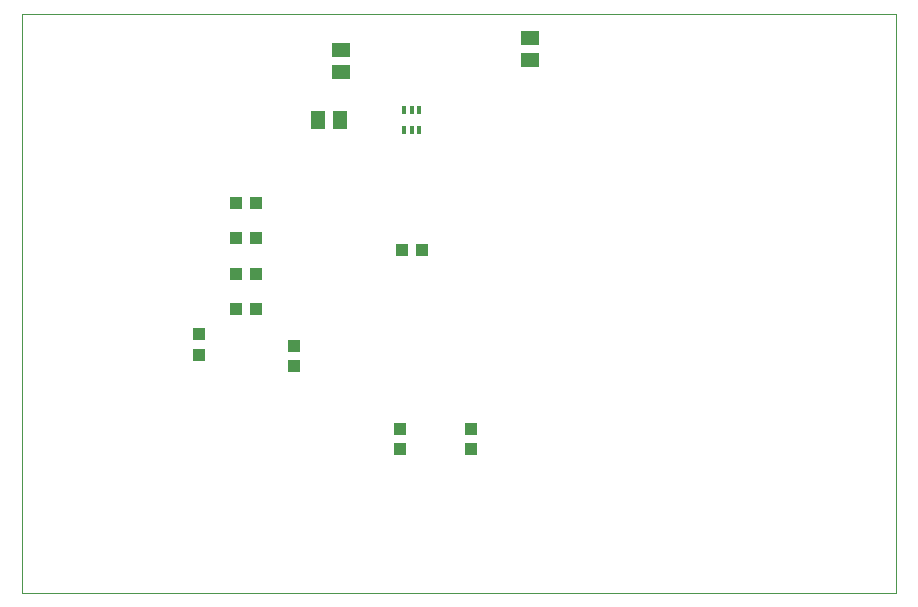
<source format=gbp>
G75*
%MOIN*%
%OFA0B0*%
%FSLAX24Y24*%
%IPPOS*%
%LPD*%
%AMOC8*
5,1,8,0,0,1.08239X$1,22.5*
%
%ADD10C,0.0000*%
%ADD11R,0.0138X0.0315*%
%ADD12R,0.0512X0.0591*%
%ADD13R,0.0591X0.0512*%
%ADD14R,0.0433X0.0394*%
%ADD15R,0.0394X0.0433*%
D10*
X000160Y000160D02*
X000160Y019451D01*
X029294Y019451D01*
X029294Y000160D01*
X000160Y000160D01*
D11*
X012896Y015573D03*
X013152Y015573D03*
X013408Y015573D03*
X013408Y016243D03*
X013152Y016243D03*
X012896Y016243D03*
D12*
X010770Y015908D03*
X010022Y015908D03*
D13*
X010790Y017503D03*
X010790Y018251D03*
X017089Y017896D03*
X017089Y018644D03*
D14*
X007975Y013152D03*
X007306Y013152D03*
X007306Y011971D03*
X007975Y011971D03*
X007975Y010790D03*
X007306Y010790D03*
X007306Y009609D03*
X007975Y009609D03*
X012818Y011577D03*
X013487Y011577D03*
D15*
X009215Y008369D03*
X009215Y007699D03*
X006066Y008093D03*
X006066Y008762D03*
X012758Y005613D03*
X012758Y004944D03*
X015121Y004944D03*
X015121Y005613D03*
M02*

</source>
